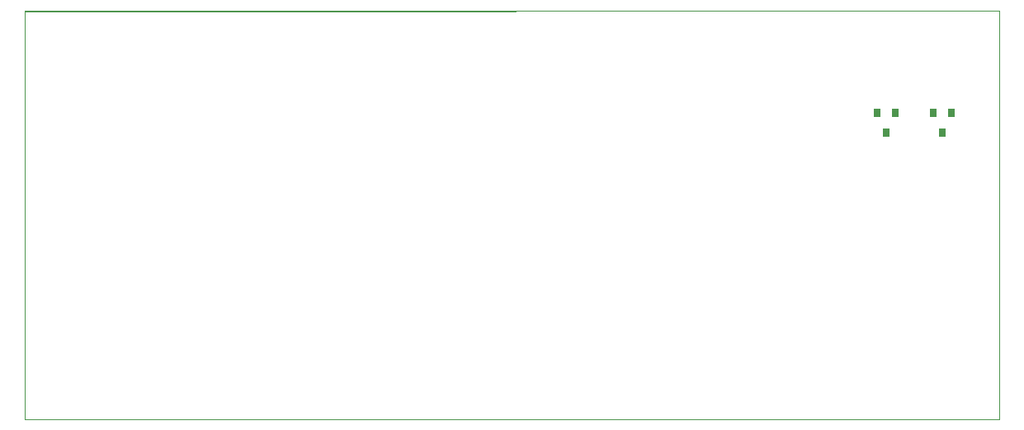
<source format=gbr>
%TF.GenerationSoftware,KiCad,Pcbnew,(5.1.7)-1*%
%TF.CreationDate,2020-10-28T13:08:50+04:00*%
%TF.ProjectId,stm32-home-light,73746d33-322d-4686-9f6d-652d6c696768,rev?*%
%TF.SameCoordinates,Original*%
%TF.FileFunction,Paste,Bot*%
%TF.FilePolarity,Positive*%
%FSLAX46Y46*%
G04 Gerber Fmt 4.6, Leading zero omitted, Abs format (unit mm)*
G04 Created by KiCad (PCBNEW (5.1.7)-1) date 2020-10-28 13:08:50*
%MOMM*%
%LPD*%
G01*
G04 APERTURE LIST*
%TA.AperFunction,Profile*%
%ADD10C,0.100000*%
%TD*%
%ADD11R,0.800000X0.900000*%
G04 APERTURE END LIST*
D10*
X229760000Y227500000D02*
X229760000Y185500000D01*
X129760000Y227410000D02*
X229760000Y227500000D01*
X129760000Y185500000D02*
X129760000Y227410000D01*
X229760000Y185500000D02*
X129760000Y185500000D01*
X129760000Y185500000D02*
X129760000Y227500000D01*
X129760000Y227500000D02*
X229760000Y227500000D01*
D11*
%TO.C,D32*%
X218116400Y214996000D03*
X219066400Y216996000D03*
X217166400Y216996000D03*
%TD*%
%TO.C,D31*%
X223907600Y214970600D03*
X224857600Y216970600D03*
X222957600Y216970600D03*
%TD*%
M02*

</source>
